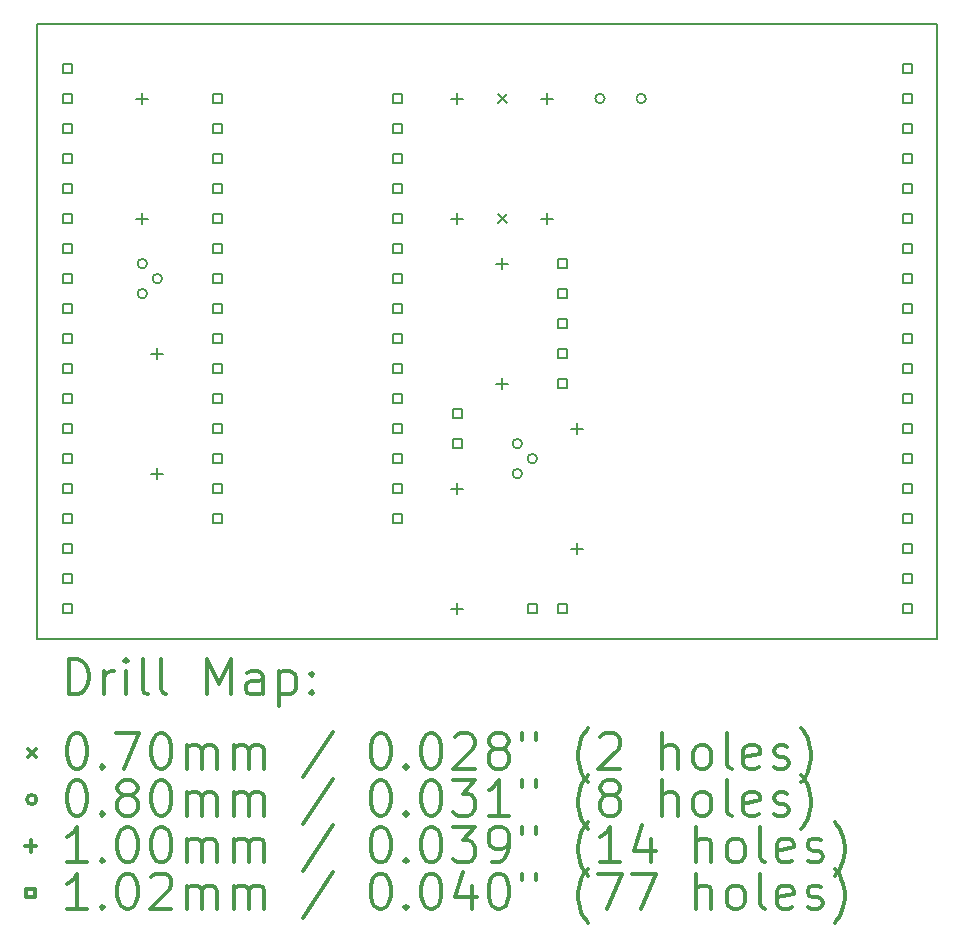
<source format=gbr>
%FSLAX45Y45*%
G04 Gerber Fmt 4.5, Leading zero omitted, Abs format (unit mm)*
G04 Created by KiCad (PCBNEW 4.0.4+e1-6308~48~ubuntu16.04.1-stable) date Thu Sep 22 16:47:09 2016*
%MOMM*%
%LPD*%
G01*
G04 APERTURE LIST*
%ADD10C,0.127000*%
%ADD11C,0.150000*%
%ADD12C,0.200000*%
%ADD13C,0.300000*%
G04 APERTURE END LIST*
D10*
D11*
X10541000Y-12446000D02*
X9271000Y-12446000D01*
X10541000Y-7239000D02*
X10541000Y-12446000D01*
X2921000Y-7239000D02*
X10541000Y-7239000D01*
X2921000Y-12446000D02*
X9271000Y-12446000D01*
X2921000Y-7239000D02*
X2921000Y-12446000D01*
D12*
X6823202Y-7839000D02*
X6893306Y-7909104D01*
X6893306Y-7839000D02*
X6823202Y-7909104D01*
X6823202Y-8855000D02*
X6893306Y-8925104D01*
X6893306Y-8855000D02*
X6823202Y-8925104D01*
X3850000Y-9271000D02*
G75*
G03X3850000Y-9271000I-40000J0D01*
G01*
X3850000Y-9525000D02*
G75*
G03X3850000Y-9525000I-40000J0D01*
G01*
X3977000Y-9398000D02*
G75*
G03X3977000Y-9398000I-40000J0D01*
G01*
X7025000Y-10795000D02*
G75*
G03X7025000Y-10795000I-40000J0D01*
G01*
X7025000Y-11049000D02*
G75*
G03X7025000Y-11049000I-40000J0D01*
G01*
X7152000Y-10922000D02*
G75*
G03X7152000Y-10922000I-40000J0D01*
G01*
X7723500Y-7874000D02*
G75*
G03X7723500Y-7874000I-40000J0D01*
G01*
X8073500Y-7874000D02*
G75*
G03X8073500Y-7874000I-40000J0D01*
G01*
X3810000Y-7823962D02*
X3810000Y-7924038D01*
X3759962Y-7874000D02*
X3860038Y-7874000D01*
X3810000Y-8839962D02*
X3810000Y-8940038D01*
X3759962Y-8890000D02*
X3860038Y-8890000D01*
X3937000Y-9982962D02*
X3937000Y-10083038D01*
X3886962Y-10033000D02*
X3987038Y-10033000D01*
X3937000Y-10998962D02*
X3937000Y-11099038D01*
X3886962Y-11049000D02*
X3987038Y-11049000D01*
X6477000Y-7823962D02*
X6477000Y-7924038D01*
X6426962Y-7874000D02*
X6527038Y-7874000D01*
X6477000Y-8839962D02*
X6477000Y-8940038D01*
X6426962Y-8890000D02*
X6527038Y-8890000D01*
X6477000Y-11125962D02*
X6477000Y-11226038D01*
X6426962Y-11176000D02*
X6527038Y-11176000D01*
X6477000Y-12141962D02*
X6477000Y-12242038D01*
X6426962Y-12192000D02*
X6527038Y-12192000D01*
X6858000Y-9220962D02*
X6858000Y-9321038D01*
X6807962Y-9271000D02*
X6908038Y-9271000D01*
X6858000Y-10236962D02*
X6858000Y-10337038D01*
X6807962Y-10287000D02*
X6908038Y-10287000D01*
X7239000Y-7823962D02*
X7239000Y-7924038D01*
X7188962Y-7874000D02*
X7289038Y-7874000D01*
X7239000Y-8839962D02*
X7239000Y-8940038D01*
X7188962Y-8890000D02*
X7289038Y-8890000D01*
X7493000Y-10617962D02*
X7493000Y-10718038D01*
X7442962Y-10668000D02*
X7543038Y-10668000D01*
X7493000Y-11633962D02*
X7493000Y-11734038D01*
X7442962Y-11684000D02*
X7543038Y-11684000D01*
X3210921Y-7655921D02*
X3210921Y-7584079D01*
X3139079Y-7584079D01*
X3139079Y-7655921D01*
X3210921Y-7655921D01*
X3210921Y-7909921D02*
X3210921Y-7838079D01*
X3139079Y-7838079D01*
X3139079Y-7909921D01*
X3210921Y-7909921D01*
X3210921Y-8163921D02*
X3210921Y-8092079D01*
X3139079Y-8092079D01*
X3139079Y-8163921D01*
X3210921Y-8163921D01*
X3210921Y-8417921D02*
X3210921Y-8346079D01*
X3139079Y-8346079D01*
X3139079Y-8417921D01*
X3210921Y-8417921D01*
X3210921Y-8671921D02*
X3210921Y-8600079D01*
X3139079Y-8600079D01*
X3139079Y-8671921D01*
X3210921Y-8671921D01*
X3210921Y-8925921D02*
X3210921Y-8854079D01*
X3139079Y-8854079D01*
X3139079Y-8925921D01*
X3210921Y-8925921D01*
X3210921Y-9179921D02*
X3210921Y-9108079D01*
X3139079Y-9108079D01*
X3139079Y-9179921D01*
X3210921Y-9179921D01*
X3210921Y-9433921D02*
X3210921Y-9362079D01*
X3139079Y-9362079D01*
X3139079Y-9433921D01*
X3210921Y-9433921D01*
X3210921Y-9687921D02*
X3210921Y-9616079D01*
X3139079Y-9616079D01*
X3139079Y-9687921D01*
X3210921Y-9687921D01*
X3210921Y-9941921D02*
X3210921Y-9870079D01*
X3139079Y-9870079D01*
X3139079Y-9941921D01*
X3210921Y-9941921D01*
X3210921Y-10195921D02*
X3210921Y-10124079D01*
X3139079Y-10124079D01*
X3139079Y-10195921D01*
X3210921Y-10195921D01*
X3210921Y-10449921D02*
X3210921Y-10378079D01*
X3139079Y-10378079D01*
X3139079Y-10449921D01*
X3210921Y-10449921D01*
X3210921Y-10703921D02*
X3210921Y-10632079D01*
X3139079Y-10632079D01*
X3139079Y-10703921D01*
X3210921Y-10703921D01*
X3210921Y-10957921D02*
X3210921Y-10886079D01*
X3139079Y-10886079D01*
X3139079Y-10957921D01*
X3210921Y-10957921D01*
X3210921Y-11211921D02*
X3210921Y-11140079D01*
X3139079Y-11140079D01*
X3139079Y-11211921D01*
X3210921Y-11211921D01*
X3210921Y-11465921D02*
X3210921Y-11394079D01*
X3139079Y-11394079D01*
X3139079Y-11465921D01*
X3210921Y-11465921D01*
X3210921Y-11719921D02*
X3210921Y-11648079D01*
X3139079Y-11648079D01*
X3139079Y-11719921D01*
X3210921Y-11719921D01*
X3210921Y-11973921D02*
X3210921Y-11902079D01*
X3139079Y-11902079D01*
X3139079Y-11973921D01*
X3210921Y-11973921D01*
X3210921Y-12227921D02*
X3210921Y-12156079D01*
X3139079Y-12156079D01*
X3139079Y-12227921D01*
X3210921Y-12227921D01*
X4480921Y-7909921D02*
X4480921Y-7838079D01*
X4409079Y-7838079D01*
X4409079Y-7909921D01*
X4480921Y-7909921D01*
X4480921Y-8163921D02*
X4480921Y-8092079D01*
X4409079Y-8092079D01*
X4409079Y-8163921D01*
X4480921Y-8163921D01*
X4480921Y-8417921D02*
X4480921Y-8346079D01*
X4409079Y-8346079D01*
X4409079Y-8417921D01*
X4480921Y-8417921D01*
X4480921Y-8671921D02*
X4480921Y-8600079D01*
X4409079Y-8600079D01*
X4409079Y-8671921D01*
X4480921Y-8671921D01*
X4480921Y-8925921D02*
X4480921Y-8854079D01*
X4409079Y-8854079D01*
X4409079Y-8925921D01*
X4480921Y-8925921D01*
X4480921Y-9179921D02*
X4480921Y-9108079D01*
X4409079Y-9108079D01*
X4409079Y-9179921D01*
X4480921Y-9179921D01*
X4480921Y-9433921D02*
X4480921Y-9362079D01*
X4409079Y-9362079D01*
X4409079Y-9433921D01*
X4480921Y-9433921D01*
X4480921Y-9687921D02*
X4480921Y-9616079D01*
X4409079Y-9616079D01*
X4409079Y-9687921D01*
X4480921Y-9687921D01*
X4480921Y-9941921D02*
X4480921Y-9870079D01*
X4409079Y-9870079D01*
X4409079Y-9941921D01*
X4480921Y-9941921D01*
X4480921Y-10195921D02*
X4480921Y-10124079D01*
X4409079Y-10124079D01*
X4409079Y-10195921D01*
X4480921Y-10195921D01*
X4480921Y-10449921D02*
X4480921Y-10378079D01*
X4409079Y-10378079D01*
X4409079Y-10449921D01*
X4480921Y-10449921D01*
X4480921Y-10703921D02*
X4480921Y-10632079D01*
X4409079Y-10632079D01*
X4409079Y-10703921D01*
X4480921Y-10703921D01*
X4480921Y-10957921D02*
X4480921Y-10886079D01*
X4409079Y-10886079D01*
X4409079Y-10957921D01*
X4480921Y-10957921D01*
X4480921Y-11211921D02*
X4480921Y-11140079D01*
X4409079Y-11140079D01*
X4409079Y-11211921D01*
X4480921Y-11211921D01*
X4480921Y-11465921D02*
X4480921Y-11394079D01*
X4409079Y-11394079D01*
X4409079Y-11465921D01*
X4480921Y-11465921D01*
X6004921Y-7909921D02*
X6004921Y-7838079D01*
X5933079Y-7838079D01*
X5933079Y-7909921D01*
X6004921Y-7909921D01*
X6004921Y-8163921D02*
X6004921Y-8092079D01*
X5933079Y-8092079D01*
X5933079Y-8163921D01*
X6004921Y-8163921D01*
X6004921Y-8417921D02*
X6004921Y-8346079D01*
X5933079Y-8346079D01*
X5933079Y-8417921D01*
X6004921Y-8417921D01*
X6004921Y-8671921D02*
X6004921Y-8600079D01*
X5933079Y-8600079D01*
X5933079Y-8671921D01*
X6004921Y-8671921D01*
X6004921Y-8925921D02*
X6004921Y-8854079D01*
X5933079Y-8854079D01*
X5933079Y-8925921D01*
X6004921Y-8925921D01*
X6004921Y-9179921D02*
X6004921Y-9108079D01*
X5933079Y-9108079D01*
X5933079Y-9179921D01*
X6004921Y-9179921D01*
X6004921Y-9433921D02*
X6004921Y-9362079D01*
X5933079Y-9362079D01*
X5933079Y-9433921D01*
X6004921Y-9433921D01*
X6004921Y-9687921D02*
X6004921Y-9616079D01*
X5933079Y-9616079D01*
X5933079Y-9687921D01*
X6004921Y-9687921D01*
X6004921Y-9941921D02*
X6004921Y-9870079D01*
X5933079Y-9870079D01*
X5933079Y-9941921D01*
X6004921Y-9941921D01*
X6004921Y-10195921D02*
X6004921Y-10124079D01*
X5933079Y-10124079D01*
X5933079Y-10195921D01*
X6004921Y-10195921D01*
X6004921Y-10449921D02*
X6004921Y-10378079D01*
X5933079Y-10378079D01*
X5933079Y-10449921D01*
X6004921Y-10449921D01*
X6004921Y-10703921D02*
X6004921Y-10632079D01*
X5933079Y-10632079D01*
X5933079Y-10703921D01*
X6004921Y-10703921D01*
X6004921Y-10957921D02*
X6004921Y-10886079D01*
X5933079Y-10886079D01*
X5933079Y-10957921D01*
X6004921Y-10957921D01*
X6004921Y-11211921D02*
X6004921Y-11140079D01*
X5933079Y-11140079D01*
X5933079Y-11211921D01*
X6004921Y-11211921D01*
X6004921Y-11465921D02*
X6004921Y-11394079D01*
X5933079Y-11394079D01*
X5933079Y-11465921D01*
X6004921Y-11465921D01*
X6512921Y-10576921D02*
X6512921Y-10505079D01*
X6441079Y-10505079D01*
X6441079Y-10576921D01*
X6512921Y-10576921D01*
X6512921Y-10830921D02*
X6512921Y-10759079D01*
X6441079Y-10759079D01*
X6441079Y-10830921D01*
X6512921Y-10830921D01*
X7147921Y-12227921D02*
X7147921Y-12156079D01*
X7076079Y-12156079D01*
X7076079Y-12227921D01*
X7147921Y-12227921D01*
X7401921Y-9306921D02*
X7401921Y-9235079D01*
X7330079Y-9235079D01*
X7330079Y-9306921D01*
X7401921Y-9306921D01*
X7401921Y-9560921D02*
X7401921Y-9489079D01*
X7330079Y-9489079D01*
X7330079Y-9560921D01*
X7401921Y-9560921D01*
X7401921Y-9814921D02*
X7401921Y-9743079D01*
X7330079Y-9743079D01*
X7330079Y-9814921D01*
X7401921Y-9814921D01*
X7401921Y-10068921D02*
X7401921Y-9997079D01*
X7330079Y-9997079D01*
X7330079Y-10068921D01*
X7401921Y-10068921D01*
X7401921Y-10322921D02*
X7401921Y-10251079D01*
X7330079Y-10251079D01*
X7330079Y-10322921D01*
X7401921Y-10322921D01*
X7401921Y-12227921D02*
X7401921Y-12156079D01*
X7330079Y-12156079D01*
X7330079Y-12227921D01*
X7401921Y-12227921D01*
X10322921Y-7655921D02*
X10322921Y-7584079D01*
X10251079Y-7584079D01*
X10251079Y-7655921D01*
X10322921Y-7655921D01*
X10322921Y-7909921D02*
X10322921Y-7838079D01*
X10251079Y-7838079D01*
X10251079Y-7909921D01*
X10322921Y-7909921D01*
X10322921Y-8163921D02*
X10322921Y-8092079D01*
X10251079Y-8092079D01*
X10251079Y-8163921D01*
X10322921Y-8163921D01*
X10322921Y-8417921D02*
X10322921Y-8346079D01*
X10251079Y-8346079D01*
X10251079Y-8417921D01*
X10322921Y-8417921D01*
X10322921Y-8671921D02*
X10322921Y-8600079D01*
X10251079Y-8600079D01*
X10251079Y-8671921D01*
X10322921Y-8671921D01*
X10322921Y-8925921D02*
X10322921Y-8854079D01*
X10251079Y-8854079D01*
X10251079Y-8925921D01*
X10322921Y-8925921D01*
X10322921Y-9179921D02*
X10322921Y-9108079D01*
X10251079Y-9108079D01*
X10251079Y-9179921D01*
X10322921Y-9179921D01*
X10322921Y-9433921D02*
X10322921Y-9362079D01*
X10251079Y-9362079D01*
X10251079Y-9433921D01*
X10322921Y-9433921D01*
X10322921Y-9687921D02*
X10322921Y-9616079D01*
X10251079Y-9616079D01*
X10251079Y-9687921D01*
X10322921Y-9687921D01*
X10322921Y-9941921D02*
X10322921Y-9870079D01*
X10251079Y-9870079D01*
X10251079Y-9941921D01*
X10322921Y-9941921D01*
X10322921Y-10195921D02*
X10322921Y-10124079D01*
X10251079Y-10124079D01*
X10251079Y-10195921D01*
X10322921Y-10195921D01*
X10322921Y-10449921D02*
X10322921Y-10378079D01*
X10251079Y-10378079D01*
X10251079Y-10449921D01*
X10322921Y-10449921D01*
X10322921Y-10703921D02*
X10322921Y-10632079D01*
X10251079Y-10632079D01*
X10251079Y-10703921D01*
X10322921Y-10703921D01*
X10322921Y-10957921D02*
X10322921Y-10886079D01*
X10251079Y-10886079D01*
X10251079Y-10957921D01*
X10322921Y-10957921D01*
X10322921Y-11211921D02*
X10322921Y-11140079D01*
X10251079Y-11140079D01*
X10251079Y-11211921D01*
X10322921Y-11211921D01*
X10322921Y-11465921D02*
X10322921Y-11394079D01*
X10251079Y-11394079D01*
X10251079Y-11465921D01*
X10322921Y-11465921D01*
X10322921Y-11719921D02*
X10322921Y-11648079D01*
X10251079Y-11648079D01*
X10251079Y-11719921D01*
X10322921Y-11719921D01*
X10322921Y-11973921D02*
X10322921Y-11902079D01*
X10251079Y-11902079D01*
X10251079Y-11973921D01*
X10322921Y-11973921D01*
X10322921Y-12227921D02*
X10322921Y-12156079D01*
X10251079Y-12156079D01*
X10251079Y-12227921D01*
X10322921Y-12227921D01*
D13*
X3184928Y-12919214D02*
X3184928Y-12619214D01*
X3256357Y-12619214D01*
X3299214Y-12633500D01*
X3327786Y-12662071D01*
X3342071Y-12690643D01*
X3356357Y-12747786D01*
X3356357Y-12790643D01*
X3342071Y-12847786D01*
X3327786Y-12876357D01*
X3299214Y-12904929D01*
X3256357Y-12919214D01*
X3184928Y-12919214D01*
X3484928Y-12919214D02*
X3484928Y-12719214D01*
X3484928Y-12776357D02*
X3499214Y-12747786D01*
X3513500Y-12733500D01*
X3542071Y-12719214D01*
X3570643Y-12719214D01*
X3670643Y-12919214D02*
X3670643Y-12719214D01*
X3670643Y-12619214D02*
X3656357Y-12633500D01*
X3670643Y-12647786D01*
X3684928Y-12633500D01*
X3670643Y-12619214D01*
X3670643Y-12647786D01*
X3856357Y-12919214D02*
X3827786Y-12904929D01*
X3813500Y-12876357D01*
X3813500Y-12619214D01*
X4013500Y-12919214D02*
X3984928Y-12904929D01*
X3970643Y-12876357D01*
X3970643Y-12619214D01*
X4356357Y-12919214D02*
X4356357Y-12619214D01*
X4456357Y-12833500D01*
X4556357Y-12619214D01*
X4556357Y-12919214D01*
X4827786Y-12919214D02*
X4827786Y-12762071D01*
X4813500Y-12733500D01*
X4784929Y-12719214D01*
X4727786Y-12719214D01*
X4699214Y-12733500D01*
X4827786Y-12904929D02*
X4799214Y-12919214D01*
X4727786Y-12919214D01*
X4699214Y-12904929D01*
X4684929Y-12876357D01*
X4684929Y-12847786D01*
X4699214Y-12819214D01*
X4727786Y-12804929D01*
X4799214Y-12804929D01*
X4827786Y-12790643D01*
X4970643Y-12719214D02*
X4970643Y-13019214D01*
X4970643Y-12733500D02*
X4999214Y-12719214D01*
X5056357Y-12719214D01*
X5084929Y-12733500D01*
X5099214Y-12747786D01*
X5113500Y-12776357D01*
X5113500Y-12862071D01*
X5099214Y-12890643D01*
X5084929Y-12904929D01*
X5056357Y-12919214D01*
X4999214Y-12919214D01*
X4970643Y-12904929D01*
X5242071Y-12890643D02*
X5256357Y-12904929D01*
X5242071Y-12919214D01*
X5227786Y-12904929D01*
X5242071Y-12890643D01*
X5242071Y-12919214D01*
X5242071Y-12733500D02*
X5256357Y-12747786D01*
X5242071Y-12762071D01*
X5227786Y-12747786D01*
X5242071Y-12733500D01*
X5242071Y-12762071D01*
X2843396Y-13378448D02*
X2913500Y-13448552D01*
X2913500Y-13378448D02*
X2843396Y-13448552D01*
X3242071Y-13249214D02*
X3270643Y-13249214D01*
X3299214Y-13263500D01*
X3313500Y-13277786D01*
X3327786Y-13306357D01*
X3342071Y-13363500D01*
X3342071Y-13434929D01*
X3327786Y-13492071D01*
X3313500Y-13520643D01*
X3299214Y-13534929D01*
X3270643Y-13549214D01*
X3242071Y-13549214D01*
X3213500Y-13534929D01*
X3199214Y-13520643D01*
X3184928Y-13492071D01*
X3170643Y-13434929D01*
X3170643Y-13363500D01*
X3184928Y-13306357D01*
X3199214Y-13277786D01*
X3213500Y-13263500D01*
X3242071Y-13249214D01*
X3470643Y-13520643D02*
X3484928Y-13534929D01*
X3470643Y-13549214D01*
X3456357Y-13534929D01*
X3470643Y-13520643D01*
X3470643Y-13549214D01*
X3584928Y-13249214D02*
X3784928Y-13249214D01*
X3656357Y-13549214D01*
X3956357Y-13249214D02*
X3984928Y-13249214D01*
X4013500Y-13263500D01*
X4027786Y-13277786D01*
X4042071Y-13306357D01*
X4056357Y-13363500D01*
X4056357Y-13434929D01*
X4042071Y-13492071D01*
X4027786Y-13520643D01*
X4013500Y-13534929D01*
X3984928Y-13549214D01*
X3956357Y-13549214D01*
X3927786Y-13534929D01*
X3913500Y-13520643D01*
X3899214Y-13492071D01*
X3884928Y-13434929D01*
X3884928Y-13363500D01*
X3899214Y-13306357D01*
X3913500Y-13277786D01*
X3927786Y-13263500D01*
X3956357Y-13249214D01*
X4184928Y-13549214D02*
X4184928Y-13349214D01*
X4184928Y-13377786D02*
X4199214Y-13363500D01*
X4227786Y-13349214D01*
X4270643Y-13349214D01*
X4299214Y-13363500D01*
X4313500Y-13392071D01*
X4313500Y-13549214D01*
X4313500Y-13392071D02*
X4327786Y-13363500D01*
X4356357Y-13349214D01*
X4399214Y-13349214D01*
X4427786Y-13363500D01*
X4442071Y-13392071D01*
X4442071Y-13549214D01*
X4584929Y-13549214D02*
X4584929Y-13349214D01*
X4584929Y-13377786D02*
X4599214Y-13363500D01*
X4627786Y-13349214D01*
X4670643Y-13349214D01*
X4699214Y-13363500D01*
X4713500Y-13392071D01*
X4713500Y-13549214D01*
X4713500Y-13392071D02*
X4727786Y-13363500D01*
X4756357Y-13349214D01*
X4799214Y-13349214D01*
X4827786Y-13363500D01*
X4842071Y-13392071D01*
X4842071Y-13549214D01*
X5427786Y-13234929D02*
X5170643Y-13620643D01*
X5813500Y-13249214D02*
X5842071Y-13249214D01*
X5870643Y-13263500D01*
X5884928Y-13277786D01*
X5899214Y-13306357D01*
X5913500Y-13363500D01*
X5913500Y-13434929D01*
X5899214Y-13492071D01*
X5884928Y-13520643D01*
X5870643Y-13534929D01*
X5842071Y-13549214D01*
X5813500Y-13549214D01*
X5784928Y-13534929D01*
X5770643Y-13520643D01*
X5756357Y-13492071D01*
X5742071Y-13434929D01*
X5742071Y-13363500D01*
X5756357Y-13306357D01*
X5770643Y-13277786D01*
X5784928Y-13263500D01*
X5813500Y-13249214D01*
X6042071Y-13520643D02*
X6056357Y-13534929D01*
X6042071Y-13549214D01*
X6027786Y-13534929D01*
X6042071Y-13520643D01*
X6042071Y-13549214D01*
X6242071Y-13249214D02*
X6270643Y-13249214D01*
X6299214Y-13263500D01*
X6313500Y-13277786D01*
X6327785Y-13306357D01*
X6342071Y-13363500D01*
X6342071Y-13434929D01*
X6327785Y-13492071D01*
X6313500Y-13520643D01*
X6299214Y-13534929D01*
X6270643Y-13549214D01*
X6242071Y-13549214D01*
X6213500Y-13534929D01*
X6199214Y-13520643D01*
X6184928Y-13492071D01*
X6170643Y-13434929D01*
X6170643Y-13363500D01*
X6184928Y-13306357D01*
X6199214Y-13277786D01*
X6213500Y-13263500D01*
X6242071Y-13249214D01*
X6456357Y-13277786D02*
X6470643Y-13263500D01*
X6499214Y-13249214D01*
X6570643Y-13249214D01*
X6599214Y-13263500D01*
X6613500Y-13277786D01*
X6627785Y-13306357D01*
X6627785Y-13334929D01*
X6613500Y-13377786D01*
X6442071Y-13549214D01*
X6627785Y-13549214D01*
X6799214Y-13377786D02*
X6770643Y-13363500D01*
X6756357Y-13349214D01*
X6742071Y-13320643D01*
X6742071Y-13306357D01*
X6756357Y-13277786D01*
X6770643Y-13263500D01*
X6799214Y-13249214D01*
X6856357Y-13249214D01*
X6884928Y-13263500D01*
X6899214Y-13277786D01*
X6913500Y-13306357D01*
X6913500Y-13320643D01*
X6899214Y-13349214D01*
X6884928Y-13363500D01*
X6856357Y-13377786D01*
X6799214Y-13377786D01*
X6770643Y-13392071D01*
X6756357Y-13406357D01*
X6742071Y-13434929D01*
X6742071Y-13492071D01*
X6756357Y-13520643D01*
X6770643Y-13534929D01*
X6799214Y-13549214D01*
X6856357Y-13549214D01*
X6884928Y-13534929D01*
X6899214Y-13520643D01*
X6913500Y-13492071D01*
X6913500Y-13434929D01*
X6899214Y-13406357D01*
X6884928Y-13392071D01*
X6856357Y-13377786D01*
X7027786Y-13249214D02*
X7027786Y-13306357D01*
X7142071Y-13249214D02*
X7142071Y-13306357D01*
X7584928Y-13663500D02*
X7570643Y-13649214D01*
X7542071Y-13606357D01*
X7527785Y-13577786D01*
X7513500Y-13534929D01*
X7499214Y-13463500D01*
X7499214Y-13406357D01*
X7513500Y-13334929D01*
X7527785Y-13292071D01*
X7542071Y-13263500D01*
X7570643Y-13220643D01*
X7584928Y-13206357D01*
X7684928Y-13277786D02*
X7699214Y-13263500D01*
X7727785Y-13249214D01*
X7799214Y-13249214D01*
X7827785Y-13263500D01*
X7842071Y-13277786D01*
X7856357Y-13306357D01*
X7856357Y-13334929D01*
X7842071Y-13377786D01*
X7670643Y-13549214D01*
X7856357Y-13549214D01*
X8213500Y-13549214D02*
X8213500Y-13249214D01*
X8342071Y-13549214D02*
X8342071Y-13392071D01*
X8327785Y-13363500D01*
X8299214Y-13349214D01*
X8256357Y-13349214D01*
X8227785Y-13363500D01*
X8213500Y-13377786D01*
X8527786Y-13549214D02*
X8499214Y-13534929D01*
X8484928Y-13520643D01*
X8470643Y-13492071D01*
X8470643Y-13406357D01*
X8484928Y-13377786D01*
X8499214Y-13363500D01*
X8527786Y-13349214D01*
X8570643Y-13349214D01*
X8599214Y-13363500D01*
X8613500Y-13377786D01*
X8627786Y-13406357D01*
X8627786Y-13492071D01*
X8613500Y-13520643D01*
X8599214Y-13534929D01*
X8570643Y-13549214D01*
X8527786Y-13549214D01*
X8799214Y-13549214D02*
X8770643Y-13534929D01*
X8756357Y-13506357D01*
X8756357Y-13249214D01*
X9027786Y-13534929D02*
X8999214Y-13549214D01*
X8942071Y-13549214D01*
X8913500Y-13534929D01*
X8899214Y-13506357D01*
X8899214Y-13392071D01*
X8913500Y-13363500D01*
X8942071Y-13349214D01*
X8999214Y-13349214D01*
X9027786Y-13363500D01*
X9042071Y-13392071D01*
X9042071Y-13420643D01*
X8899214Y-13449214D01*
X9156357Y-13534929D02*
X9184929Y-13549214D01*
X9242071Y-13549214D01*
X9270643Y-13534929D01*
X9284929Y-13506357D01*
X9284929Y-13492071D01*
X9270643Y-13463500D01*
X9242071Y-13449214D01*
X9199214Y-13449214D01*
X9170643Y-13434929D01*
X9156357Y-13406357D01*
X9156357Y-13392071D01*
X9170643Y-13363500D01*
X9199214Y-13349214D01*
X9242071Y-13349214D01*
X9270643Y-13363500D01*
X9384928Y-13663500D02*
X9399214Y-13649214D01*
X9427786Y-13606357D01*
X9442071Y-13577786D01*
X9456357Y-13534929D01*
X9470643Y-13463500D01*
X9470643Y-13406357D01*
X9456357Y-13334929D01*
X9442071Y-13292071D01*
X9427786Y-13263500D01*
X9399214Y-13220643D01*
X9384928Y-13206357D01*
X2913500Y-13809500D02*
G75*
G03X2913500Y-13809500I-40000J0D01*
G01*
X3242071Y-13645214D02*
X3270643Y-13645214D01*
X3299214Y-13659500D01*
X3313500Y-13673786D01*
X3327786Y-13702357D01*
X3342071Y-13759500D01*
X3342071Y-13830929D01*
X3327786Y-13888071D01*
X3313500Y-13916643D01*
X3299214Y-13930929D01*
X3270643Y-13945214D01*
X3242071Y-13945214D01*
X3213500Y-13930929D01*
X3199214Y-13916643D01*
X3184928Y-13888071D01*
X3170643Y-13830929D01*
X3170643Y-13759500D01*
X3184928Y-13702357D01*
X3199214Y-13673786D01*
X3213500Y-13659500D01*
X3242071Y-13645214D01*
X3470643Y-13916643D02*
X3484928Y-13930929D01*
X3470643Y-13945214D01*
X3456357Y-13930929D01*
X3470643Y-13916643D01*
X3470643Y-13945214D01*
X3656357Y-13773786D02*
X3627786Y-13759500D01*
X3613500Y-13745214D01*
X3599214Y-13716643D01*
X3599214Y-13702357D01*
X3613500Y-13673786D01*
X3627786Y-13659500D01*
X3656357Y-13645214D01*
X3713500Y-13645214D01*
X3742071Y-13659500D01*
X3756357Y-13673786D01*
X3770643Y-13702357D01*
X3770643Y-13716643D01*
X3756357Y-13745214D01*
X3742071Y-13759500D01*
X3713500Y-13773786D01*
X3656357Y-13773786D01*
X3627786Y-13788071D01*
X3613500Y-13802357D01*
X3599214Y-13830929D01*
X3599214Y-13888071D01*
X3613500Y-13916643D01*
X3627786Y-13930929D01*
X3656357Y-13945214D01*
X3713500Y-13945214D01*
X3742071Y-13930929D01*
X3756357Y-13916643D01*
X3770643Y-13888071D01*
X3770643Y-13830929D01*
X3756357Y-13802357D01*
X3742071Y-13788071D01*
X3713500Y-13773786D01*
X3956357Y-13645214D02*
X3984928Y-13645214D01*
X4013500Y-13659500D01*
X4027786Y-13673786D01*
X4042071Y-13702357D01*
X4056357Y-13759500D01*
X4056357Y-13830929D01*
X4042071Y-13888071D01*
X4027786Y-13916643D01*
X4013500Y-13930929D01*
X3984928Y-13945214D01*
X3956357Y-13945214D01*
X3927786Y-13930929D01*
X3913500Y-13916643D01*
X3899214Y-13888071D01*
X3884928Y-13830929D01*
X3884928Y-13759500D01*
X3899214Y-13702357D01*
X3913500Y-13673786D01*
X3927786Y-13659500D01*
X3956357Y-13645214D01*
X4184928Y-13945214D02*
X4184928Y-13745214D01*
X4184928Y-13773786D02*
X4199214Y-13759500D01*
X4227786Y-13745214D01*
X4270643Y-13745214D01*
X4299214Y-13759500D01*
X4313500Y-13788071D01*
X4313500Y-13945214D01*
X4313500Y-13788071D02*
X4327786Y-13759500D01*
X4356357Y-13745214D01*
X4399214Y-13745214D01*
X4427786Y-13759500D01*
X4442071Y-13788071D01*
X4442071Y-13945214D01*
X4584929Y-13945214D02*
X4584929Y-13745214D01*
X4584929Y-13773786D02*
X4599214Y-13759500D01*
X4627786Y-13745214D01*
X4670643Y-13745214D01*
X4699214Y-13759500D01*
X4713500Y-13788071D01*
X4713500Y-13945214D01*
X4713500Y-13788071D02*
X4727786Y-13759500D01*
X4756357Y-13745214D01*
X4799214Y-13745214D01*
X4827786Y-13759500D01*
X4842071Y-13788071D01*
X4842071Y-13945214D01*
X5427786Y-13630929D02*
X5170643Y-14016643D01*
X5813500Y-13645214D02*
X5842071Y-13645214D01*
X5870643Y-13659500D01*
X5884928Y-13673786D01*
X5899214Y-13702357D01*
X5913500Y-13759500D01*
X5913500Y-13830929D01*
X5899214Y-13888071D01*
X5884928Y-13916643D01*
X5870643Y-13930929D01*
X5842071Y-13945214D01*
X5813500Y-13945214D01*
X5784928Y-13930929D01*
X5770643Y-13916643D01*
X5756357Y-13888071D01*
X5742071Y-13830929D01*
X5742071Y-13759500D01*
X5756357Y-13702357D01*
X5770643Y-13673786D01*
X5784928Y-13659500D01*
X5813500Y-13645214D01*
X6042071Y-13916643D02*
X6056357Y-13930929D01*
X6042071Y-13945214D01*
X6027786Y-13930929D01*
X6042071Y-13916643D01*
X6042071Y-13945214D01*
X6242071Y-13645214D02*
X6270643Y-13645214D01*
X6299214Y-13659500D01*
X6313500Y-13673786D01*
X6327785Y-13702357D01*
X6342071Y-13759500D01*
X6342071Y-13830929D01*
X6327785Y-13888071D01*
X6313500Y-13916643D01*
X6299214Y-13930929D01*
X6270643Y-13945214D01*
X6242071Y-13945214D01*
X6213500Y-13930929D01*
X6199214Y-13916643D01*
X6184928Y-13888071D01*
X6170643Y-13830929D01*
X6170643Y-13759500D01*
X6184928Y-13702357D01*
X6199214Y-13673786D01*
X6213500Y-13659500D01*
X6242071Y-13645214D01*
X6442071Y-13645214D02*
X6627785Y-13645214D01*
X6527785Y-13759500D01*
X6570643Y-13759500D01*
X6599214Y-13773786D01*
X6613500Y-13788071D01*
X6627785Y-13816643D01*
X6627785Y-13888071D01*
X6613500Y-13916643D01*
X6599214Y-13930929D01*
X6570643Y-13945214D01*
X6484928Y-13945214D01*
X6456357Y-13930929D01*
X6442071Y-13916643D01*
X6913500Y-13945214D02*
X6742071Y-13945214D01*
X6827785Y-13945214D02*
X6827785Y-13645214D01*
X6799214Y-13688071D01*
X6770643Y-13716643D01*
X6742071Y-13730929D01*
X7027786Y-13645214D02*
X7027786Y-13702357D01*
X7142071Y-13645214D02*
X7142071Y-13702357D01*
X7584928Y-14059500D02*
X7570643Y-14045214D01*
X7542071Y-14002357D01*
X7527785Y-13973786D01*
X7513500Y-13930929D01*
X7499214Y-13859500D01*
X7499214Y-13802357D01*
X7513500Y-13730929D01*
X7527785Y-13688071D01*
X7542071Y-13659500D01*
X7570643Y-13616643D01*
X7584928Y-13602357D01*
X7742071Y-13773786D02*
X7713500Y-13759500D01*
X7699214Y-13745214D01*
X7684928Y-13716643D01*
X7684928Y-13702357D01*
X7699214Y-13673786D01*
X7713500Y-13659500D01*
X7742071Y-13645214D01*
X7799214Y-13645214D01*
X7827785Y-13659500D01*
X7842071Y-13673786D01*
X7856357Y-13702357D01*
X7856357Y-13716643D01*
X7842071Y-13745214D01*
X7827785Y-13759500D01*
X7799214Y-13773786D01*
X7742071Y-13773786D01*
X7713500Y-13788071D01*
X7699214Y-13802357D01*
X7684928Y-13830929D01*
X7684928Y-13888071D01*
X7699214Y-13916643D01*
X7713500Y-13930929D01*
X7742071Y-13945214D01*
X7799214Y-13945214D01*
X7827785Y-13930929D01*
X7842071Y-13916643D01*
X7856357Y-13888071D01*
X7856357Y-13830929D01*
X7842071Y-13802357D01*
X7827785Y-13788071D01*
X7799214Y-13773786D01*
X8213500Y-13945214D02*
X8213500Y-13645214D01*
X8342071Y-13945214D02*
X8342071Y-13788071D01*
X8327785Y-13759500D01*
X8299214Y-13745214D01*
X8256357Y-13745214D01*
X8227785Y-13759500D01*
X8213500Y-13773786D01*
X8527786Y-13945214D02*
X8499214Y-13930929D01*
X8484928Y-13916643D01*
X8470643Y-13888071D01*
X8470643Y-13802357D01*
X8484928Y-13773786D01*
X8499214Y-13759500D01*
X8527786Y-13745214D01*
X8570643Y-13745214D01*
X8599214Y-13759500D01*
X8613500Y-13773786D01*
X8627786Y-13802357D01*
X8627786Y-13888071D01*
X8613500Y-13916643D01*
X8599214Y-13930929D01*
X8570643Y-13945214D01*
X8527786Y-13945214D01*
X8799214Y-13945214D02*
X8770643Y-13930929D01*
X8756357Y-13902357D01*
X8756357Y-13645214D01*
X9027786Y-13930929D02*
X8999214Y-13945214D01*
X8942071Y-13945214D01*
X8913500Y-13930929D01*
X8899214Y-13902357D01*
X8899214Y-13788071D01*
X8913500Y-13759500D01*
X8942071Y-13745214D01*
X8999214Y-13745214D01*
X9027786Y-13759500D01*
X9042071Y-13788071D01*
X9042071Y-13816643D01*
X8899214Y-13845214D01*
X9156357Y-13930929D02*
X9184929Y-13945214D01*
X9242071Y-13945214D01*
X9270643Y-13930929D01*
X9284929Y-13902357D01*
X9284929Y-13888071D01*
X9270643Y-13859500D01*
X9242071Y-13845214D01*
X9199214Y-13845214D01*
X9170643Y-13830929D01*
X9156357Y-13802357D01*
X9156357Y-13788071D01*
X9170643Y-13759500D01*
X9199214Y-13745214D01*
X9242071Y-13745214D01*
X9270643Y-13759500D01*
X9384928Y-14059500D02*
X9399214Y-14045214D01*
X9427786Y-14002357D01*
X9442071Y-13973786D01*
X9456357Y-13930929D01*
X9470643Y-13859500D01*
X9470643Y-13802357D01*
X9456357Y-13730929D01*
X9442071Y-13688071D01*
X9427786Y-13659500D01*
X9399214Y-13616643D01*
X9384928Y-13602357D01*
X2863462Y-14155462D02*
X2863462Y-14255538D01*
X2813424Y-14205500D02*
X2913500Y-14205500D01*
X3342071Y-14341214D02*
X3170643Y-14341214D01*
X3256357Y-14341214D02*
X3256357Y-14041214D01*
X3227786Y-14084071D01*
X3199214Y-14112643D01*
X3170643Y-14126929D01*
X3470643Y-14312643D02*
X3484928Y-14326929D01*
X3470643Y-14341214D01*
X3456357Y-14326929D01*
X3470643Y-14312643D01*
X3470643Y-14341214D01*
X3670643Y-14041214D02*
X3699214Y-14041214D01*
X3727786Y-14055500D01*
X3742071Y-14069786D01*
X3756357Y-14098357D01*
X3770643Y-14155500D01*
X3770643Y-14226929D01*
X3756357Y-14284071D01*
X3742071Y-14312643D01*
X3727786Y-14326929D01*
X3699214Y-14341214D01*
X3670643Y-14341214D01*
X3642071Y-14326929D01*
X3627786Y-14312643D01*
X3613500Y-14284071D01*
X3599214Y-14226929D01*
X3599214Y-14155500D01*
X3613500Y-14098357D01*
X3627786Y-14069786D01*
X3642071Y-14055500D01*
X3670643Y-14041214D01*
X3956357Y-14041214D02*
X3984928Y-14041214D01*
X4013500Y-14055500D01*
X4027786Y-14069786D01*
X4042071Y-14098357D01*
X4056357Y-14155500D01*
X4056357Y-14226929D01*
X4042071Y-14284071D01*
X4027786Y-14312643D01*
X4013500Y-14326929D01*
X3984928Y-14341214D01*
X3956357Y-14341214D01*
X3927786Y-14326929D01*
X3913500Y-14312643D01*
X3899214Y-14284071D01*
X3884928Y-14226929D01*
X3884928Y-14155500D01*
X3899214Y-14098357D01*
X3913500Y-14069786D01*
X3927786Y-14055500D01*
X3956357Y-14041214D01*
X4184928Y-14341214D02*
X4184928Y-14141214D01*
X4184928Y-14169786D02*
X4199214Y-14155500D01*
X4227786Y-14141214D01*
X4270643Y-14141214D01*
X4299214Y-14155500D01*
X4313500Y-14184071D01*
X4313500Y-14341214D01*
X4313500Y-14184071D02*
X4327786Y-14155500D01*
X4356357Y-14141214D01*
X4399214Y-14141214D01*
X4427786Y-14155500D01*
X4442071Y-14184071D01*
X4442071Y-14341214D01*
X4584929Y-14341214D02*
X4584929Y-14141214D01*
X4584929Y-14169786D02*
X4599214Y-14155500D01*
X4627786Y-14141214D01*
X4670643Y-14141214D01*
X4699214Y-14155500D01*
X4713500Y-14184071D01*
X4713500Y-14341214D01*
X4713500Y-14184071D02*
X4727786Y-14155500D01*
X4756357Y-14141214D01*
X4799214Y-14141214D01*
X4827786Y-14155500D01*
X4842071Y-14184071D01*
X4842071Y-14341214D01*
X5427786Y-14026929D02*
X5170643Y-14412643D01*
X5813500Y-14041214D02*
X5842071Y-14041214D01*
X5870643Y-14055500D01*
X5884928Y-14069786D01*
X5899214Y-14098357D01*
X5913500Y-14155500D01*
X5913500Y-14226929D01*
X5899214Y-14284071D01*
X5884928Y-14312643D01*
X5870643Y-14326929D01*
X5842071Y-14341214D01*
X5813500Y-14341214D01*
X5784928Y-14326929D01*
X5770643Y-14312643D01*
X5756357Y-14284071D01*
X5742071Y-14226929D01*
X5742071Y-14155500D01*
X5756357Y-14098357D01*
X5770643Y-14069786D01*
X5784928Y-14055500D01*
X5813500Y-14041214D01*
X6042071Y-14312643D02*
X6056357Y-14326929D01*
X6042071Y-14341214D01*
X6027786Y-14326929D01*
X6042071Y-14312643D01*
X6042071Y-14341214D01*
X6242071Y-14041214D02*
X6270643Y-14041214D01*
X6299214Y-14055500D01*
X6313500Y-14069786D01*
X6327785Y-14098357D01*
X6342071Y-14155500D01*
X6342071Y-14226929D01*
X6327785Y-14284071D01*
X6313500Y-14312643D01*
X6299214Y-14326929D01*
X6270643Y-14341214D01*
X6242071Y-14341214D01*
X6213500Y-14326929D01*
X6199214Y-14312643D01*
X6184928Y-14284071D01*
X6170643Y-14226929D01*
X6170643Y-14155500D01*
X6184928Y-14098357D01*
X6199214Y-14069786D01*
X6213500Y-14055500D01*
X6242071Y-14041214D01*
X6442071Y-14041214D02*
X6627785Y-14041214D01*
X6527785Y-14155500D01*
X6570643Y-14155500D01*
X6599214Y-14169786D01*
X6613500Y-14184071D01*
X6627785Y-14212643D01*
X6627785Y-14284071D01*
X6613500Y-14312643D01*
X6599214Y-14326929D01*
X6570643Y-14341214D01*
X6484928Y-14341214D01*
X6456357Y-14326929D01*
X6442071Y-14312643D01*
X6770643Y-14341214D02*
X6827785Y-14341214D01*
X6856357Y-14326929D01*
X6870643Y-14312643D01*
X6899214Y-14269786D01*
X6913500Y-14212643D01*
X6913500Y-14098357D01*
X6899214Y-14069786D01*
X6884928Y-14055500D01*
X6856357Y-14041214D01*
X6799214Y-14041214D01*
X6770643Y-14055500D01*
X6756357Y-14069786D01*
X6742071Y-14098357D01*
X6742071Y-14169786D01*
X6756357Y-14198357D01*
X6770643Y-14212643D01*
X6799214Y-14226929D01*
X6856357Y-14226929D01*
X6884928Y-14212643D01*
X6899214Y-14198357D01*
X6913500Y-14169786D01*
X7027786Y-14041214D02*
X7027786Y-14098357D01*
X7142071Y-14041214D02*
X7142071Y-14098357D01*
X7584928Y-14455500D02*
X7570643Y-14441214D01*
X7542071Y-14398357D01*
X7527785Y-14369786D01*
X7513500Y-14326929D01*
X7499214Y-14255500D01*
X7499214Y-14198357D01*
X7513500Y-14126929D01*
X7527785Y-14084071D01*
X7542071Y-14055500D01*
X7570643Y-14012643D01*
X7584928Y-13998357D01*
X7856357Y-14341214D02*
X7684928Y-14341214D01*
X7770643Y-14341214D02*
X7770643Y-14041214D01*
X7742071Y-14084071D01*
X7713500Y-14112643D01*
X7684928Y-14126929D01*
X8113500Y-14141214D02*
X8113500Y-14341214D01*
X8042071Y-14026929D02*
X7970643Y-14241214D01*
X8156357Y-14241214D01*
X8499214Y-14341214D02*
X8499214Y-14041214D01*
X8627786Y-14341214D02*
X8627786Y-14184071D01*
X8613500Y-14155500D01*
X8584928Y-14141214D01*
X8542071Y-14141214D01*
X8513500Y-14155500D01*
X8499214Y-14169786D01*
X8813500Y-14341214D02*
X8784928Y-14326929D01*
X8770643Y-14312643D01*
X8756357Y-14284071D01*
X8756357Y-14198357D01*
X8770643Y-14169786D01*
X8784928Y-14155500D01*
X8813500Y-14141214D01*
X8856357Y-14141214D01*
X8884928Y-14155500D01*
X8899214Y-14169786D01*
X8913500Y-14198357D01*
X8913500Y-14284071D01*
X8899214Y-14312643D01*
X8884928Y-14326929D01*
X8856357Y-14341214D01*
X8813500Y-14341214D01*
X9084928Y-14341214D02*
X9056357Y-14326929D01*
X9042071Y-14298357D01*
X9042071Y-14041214D01*
X9313500Y-14326929D02*
X9284929Y-14341214D01*
X9227786Y-14341214D01*
X9199214Y-14326929D01*
X9184929Y-14298357D01*
X9184929Y-14184071D01*
X9199214Y-14155500D01*
X9227786Y-14141214D01*
X9284929Y-14141214D01*
X9313500Y-14155500D01*
X9327786Y-14184071D01*
X9327786Y-14212643D01*
X9184929Y-14241214D01*
X9442071Y-14326929D02*
X9470643Y-14341214D01*
X9527786Y-14341214D01*
X9556357Y-14326929D01*
X9570643Y-14298357D01*
X9570643Y-14284071D01*
X9556357Y-14255500D01*
X9527786Y-14241214D01*
X9484929Y-14241214D01*
X9456357Y-14226929D01*
X9442071Y-14198357D01*
X9442071Y-14184071D01*
X9456357Y-14155500D01*
X9484929Y-14141214D01*
X9527786Y-14141214D01*
X9556357Y-14155500D01*
X9670643Y-14455500D02*
X9684929Y-14441214D01*
X9713500Y-14398357D01*
X9727786Y-14369786D01*
X9742071Y-14326929D01*
X9756357Y-14255500D01*
X9756357Y-14198357D01*
X9742071Y-14126929D01*
X9727786Y-14084071D01*
X9713500Y-14055500D01*
X9684929Y-14012643D01*
X9670643Y-13998357D01*
X2898621Y-14637421D02*
X2898621Y-14565579D01*
X2826778Y-14565579D01*
X2826778Y-14637421D01*
X2898621Y-14637421D01*
X3342071Y-14737214D02*
X3170643Y-14737214D01*
X3256357Y-14737214D02*
X3256357Y-14437214D01*
X3227786Y-14480071D01*
X3199214Y-14508643D01*
X3170643Y-14522929D01*
X3470643Y-14708643D02*
X3484928Y-14722929D01*
X3470643Y-14737214D01*
X3456357Y-14722929D01*
X3470643Y-14708643D01*
X3470643Y-14737214D01*
X3670643Y-14437214D02*
X3699214Y-14437214D01*
X3727786Y-14451500D01*
X3742071Y-14465786D01*
X3756357Y-14494357D01*
X3770643Y-14551500D01*
X3770643Y-14622929D01*
X3756357Y-14680071D01*
X3742071Y-14708643D01*
X3727786Y-14722929D01*
X3699214Y-14737214D01*
X3670643Y-14737214D01*
X3642071Y-14722929D01*
X3627786Y-14708643D01*
X3613500Y-14680071D01*
X3599214Y-14622929D01*
X3599214Y-14551500D01*
X3613500Y-14494357D01*
X3627786Y-14465786D01*
X3642071Y-14451500D01*
X3670643Y-14437214D01*
X3884928Y-14465786D02*
X3899214Y-14451500D01*
X3927786Y-14437214D01*
X3999214Y-14437214D01*
X4027786Y-14451500D01*
X4042071Y-14465786D01*
X4056357Y-14494357D01*
X4056357Y-14522929D01*
X4042071Y-14565786D01*
X3870643Y-14737214D01*
X4056357Y-14737214D01*
X4184928Y-14737214D02*
X4184928Y-14537214D01*
X4184928Y-14565786D02*
X4199214Y-14551500D01*
X4227786Y-14537214D01*
X4270643Y-14537214D01*
X4299214Y-14551500D01*
X4313500Y-14580071D01*
X4313500Y-14737214D01*
X4313500Y-14580071D02*
X4327786Y-14551500D01*
X4356357Y-14537214D01*
X4399214Y-14537214D01*
X4427786Y-14551500D01*
X4442071Y-14580071D01*
X4442071Y-14737214D01*
X4584929Y-14737214D02*
X4584929Y-14537214D01*
X4584929Y-14565786D02*
X4599214Y-14551500D01*
X4627786Y-14537214D01*
X4670643Y-14537214D01*
X4699214Y-14551500D01*
X4713500Y-14580071D01*
X4713500Y-14737214D01*
X4713500Y-14580071D02*
X4727786Y-14551500D01*
X4756357Y-14537214D01*
X4799214Y-14537214D01*
X4827786Y-14551500D01*
X4842071Y-14580071D01*
X4842071Y-14737214D01*
X5427786Y-14422929D02*
X5170643Y-14808643D01*
X5813500Y-14437214D02*
X5842071Y-14437214D01*
X5870643Y-14451500D01*
X5884928Y-14465786D01*
X5899214Y-14494357D01*
X5913500Y-14551500D01*
X5913500Y-14622929D01*
X5899214Y-14680071D01*
X5884928Y-14708643D01*
X5870643Y-14722929D01*
X5842071Y-14737214D01*
X5813500Y-14737214D01*
X5784928Y-14722929D01*
X5770643Y-14708643D01*
X5756357Y-14680071D01*
X5742071Y-14622929D01*
X5742071Y-14551500D01*
X5756357Y-14494357D01*
X5770643Y-14465786D01*
X5784928Y-14451500D01*
X5813500Y-14437214D01*
X6042071Y-14708643D02*
X6056357Y-14722929D01*
X6042071Y-14737214D01*
X6027786Y-14722929D01*
X6042071Y-14708643D01*
X6042071Y-14737214D01*
X6242071Y-14437214D02*
X6270643Y-14437214D01*
X6299214Y-14451500D01*
X6313500Y-14465786D01*
X6327785Y-14494357D01*
X6342071Y-14551500D01*
X6342071Y-14622929D01*
X6327785Y-14680071D01*
X6313500Y-14708643D01*
X6299214Y-14722929D01*
X6270643Y-14737214D01*
X6242071Y-14737214D01*
X6213500Y-14722929D01*
X6199214Y-14708643D01*
X6184928Y-14680071D01*
X6170643Y-14622929D01*
X6170643Y-14551500D01*
X6184928Y-14494357D01*
X6199214Y-14465786D01*
X6213500Y-14451500D01*
X6242071Y-14437214D01*
X6599214Y-14537214D02*
X6599214Y-14737214D01*
X6527785Y-14422929D02*
X6456357Y-14637214D01*
X6642071Y-14637214D01*
X6813500Y-14437214D02*
X6842071Y-14437214D01*
X6870643Y-14451500D01*
X6884928Y-14465786D01*
X6899214Y-14494357D01*
X6913500Y-14551500D01*
X6913500Y-14622929D01*
X6899214Y-14680071D01*
X6884928Y-14708643D01*
X6870643Y-14722929D01*
X6842071Y-14737214D01*
X6813500Y-14737214D01*
X6784928Y-14722929D01*
X6770643Y-14708643D01*
X6756357Y-14680071D01*
X6742071Y-14622929D01*
X6742071Y-14551500D01*
X6756357Y-14494357D01*
X6770643Y-14465786D01*
X6784928Y-14451500D01*
X6813500Y-14437214D01*
X7027786Y-14437214D02*
X7027786Y-14494357D01*
X7142071Y-14437214D02*
X7142071Y-14494357D01*
X7584928Y-14851500D02*
X7570643Y-14837214D01*
X7542071Y-14794357D01*
X7527785Y-14765786D01*
X7513500Y-14722929D01*
X7499214Y-14651500D01*
X7499214Y-14594357D01*
X7513500Y-14522929D01*
X7527785Y-14480071D01*
X7542071Y-14451500D01*
X7570643Y-14408643D01*
X7584928Y-14394357D01*
X7670643Y-14437214D02*
X7870643Y-14437214D01*
X7742071Y-14737214D01*
X7956357Y-14437214D02*
X8156357Y-14437214D01*
X8027785Y-14737214D01*
X8499214Y-14737214D02*
X8499214Y-14437214D01*
X8627786Y-14737214D02*
X8627786Y-14580071D01*
X8613500Y-14551500D01*
X8584928Y-14537214D01*
X8542071Y-14537214D01*
X8513500Y-14551500D01*
X8499214Y-14565786D01*
X8813500Y-14737214D02*
X8784928Y-14722929D01*
X8770643Y-14708643D01*
X8756357Y-14680071D01*
X8756357Y-14594357D01*
X8770643Y-14565786D01*
X8784928Y-14551500D01*
X8813500Y-14537214D01*
X8856357Y-14537214D01*
X8884928Y-14551500D01*
X8899214Y-14565786D01*
X8913500Y-14594357D01*
X8913500Y-14680071D01*
X8899214Y-14708643D01*
X8884928Y-14722929D01*
X8856357Y-14737214D01*
X8813500Y-14737214D01*
X9084928Y-14737214D02*
X9056357Y-14722929D01*
X9042071Y-14694357D01*
X9042071Y-14437214D01*
X9313500Y-14722929D02*
X9284929Y-14737214D01*
X9227786Y-14737214D01*
X9199214Y-14722929D01*
X9184929Y-14694357D01*
X9184929Y-14580071D01*
X9199214Y-14551500D01*
X9227786Y-14537214D01*
X9284929Y-14537214D01*
X9313500Y-14551500D01*
X9327786Y-14580071D01*
X9327786Y-14608643D01*
X9184929Y-14637214D01*
X9442071Y-14722929D02*
X9470643Y-14737214D01*
X9527786Y-14737214D01*
X9556357Y-14722929D01*
X9570643Y-14694357D01*
X9570643Y-14680071D01*
X9556357Y-14651500D01*
X9527786Y-14637214D01*
X9484929Y-14637214D01*
X9456357Y-14622929D01*
X9442071Y-14594357D01*
X9442071Y-14580071D01*
X9456357Y-14551500D01*
X9484929Y-14537214D01*
X9527786Y-14537214D01*
X9556357Y-14551500D01*
X9670643Y-14851500D02*
X9684929Y-14837214D01*
X9713500Y-14794357D01*
X9727786Y-14765786D01*
X9742071Y-14722929D01*
X9756357Y-14651500D01*
X9756357Y-14594357D01*
X9742071Y-14522929D01*
X9727786Y-14480071D01*
X9713500Y-14451500D01*
X9684929Y-14408643D01*
X9670643Y-14394357D01*
M02*

</source>
